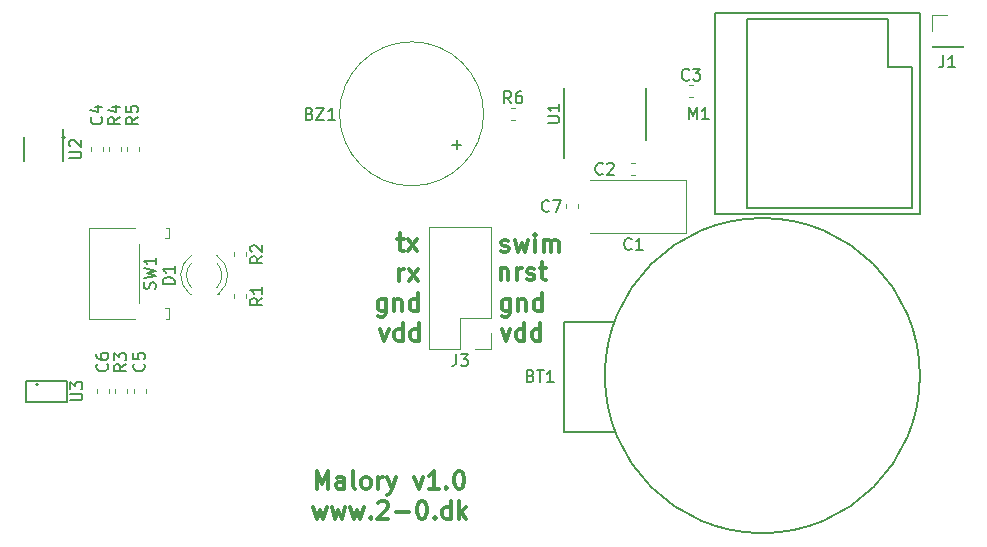
<source format=gbr>
G04 #@! TF.GenerationSoftware,KiCad,Pcbnew,5.1.8-db9833491~87~ubuntu20.04.1*
G04 #@! TF.CreationDate,2020-11-19T10:24:25+01:00*
G04 #@! TF.ProjectId,malory,6d616c6f-7279-42e6-9b69-6361645f7063,v1.0*
G04 #@! TF.SameCoordinates,Original*
G04 #@! TF.FileFunction,Legend,Top*
G04 #@! TF.FilePolarity,Positive*
%FSLAX46Y46*%
G04 Gerber Fmt 4.6, Leading zero omitted, Abs format (unit mm)*
G04 Created by KiCad (PCBNEW 5.1.8-db9833491~87~ubuntu20.04.1) date 2020-11-19 10:24:25*
%MOMM*%
%LPD*%
G01*
G04 APERTURE LIST*
%ADD10C,0.300000*%
%ADD11C,0.120000*%
%ADD12C,0.150000*%
G04 APERTURE END LIST*
D10*
X134465714Y-107208571D02*
X134822857Y-108208571D01*
X135180000Y-107208571D01*
X136394285Y-108208571D02*
X136394285Y-106708571D01*
X136394285Y-108137142D02*
X136251428Y-108208571D01*
X135965714Y-108208571D01*
X135822857Y-108137142D01*
X135751428Y-108065714D01*
X135680000Y-107922857D01*
X135680000Y-107494285D01*
X135751428Y-107351428D01*
X135822857Y-107280000D01*
X135965714Y-107208571D01*
X136251428Y-107208571D01*
X136394285Y-107280000D01*
X137751428Y-108208571D02*
X137751428Y-106708571D01*
X137751428Y-108137142D02*
X137608571Y-108208571D01*
X137322857Y-108208571D01*
X137180000Y-108137142D01*
X137108571Y-108065714D01*
X137037142Y-107922857D01*
X137037142Y-107494285D01*
X137108571Y-107351428D01*
X137180000Y-107280000D01*
X137322857Y-107208571D01*
X137608571Y-107208571D01*
X137751428Y-107280000D01*
X144755714Y-107208571D02*
X145112857Y-108208571D01*
X145470000Y-107208571D01*
X146684285Y-108208571D02*
X146684285Y-106708571D01*
X146684285Y-108137142D02*
X146541428Y-108208571D01*
X146255714Y-108208571D01*
X146112857Y-108137142D01*
X146041428Y-108065714D01*
X145970000Y-107922857D01*
X145970000Y-107494285D01*
X146041428Y-107351428D01*
X146112857Y-107280000D01*
X146255714Y-107208571D01*
X146541428Y-107208571D01*
X146684285Y-107280000D01*
X148041428Y-108208571D02*
X148041428Y-106708571D01*
X148041428Y-108137142D02*
X147898571Y-108208571D01*
X147612857Y-108208571D01*
X147470000Y-108137142D01*
X147398571Y-108065714D01*
X147327142Y-107922857D01*
X147327142Y-107494285D01*
X147398571Y-107351428D01*
X147470000Y-107280000D01*
X147612857Y-107208571D01*
X147898571Y-107208571D01*
X148041428Y-107280000D01*
X135907142Y-99578571D02*
X136478571Y-99578571D01*
X136121428Y-99078571D02*
X136121428Y-100364285D01*
X136192857Y-100507142D01*
X136335714Y-100578571D01*
X136478571Y-100578571D01*
X136835714Y-100578571D02*
X137621428Y-99578571D01*
X136835714Y-99578571D02*
X137621428Y-100578571D01*
X136085714Y-103178571D02*
X136085714Y-102178571D01*
X136085714Y-102464285D02*
X136157142Y-102321428D01*
X136228571Y-102250000D01*
X136371428Y-102178571D01*
X136514285Y-102178571D01*
X136871428Y-103178571D02*
X137657142Y-102178571D01*
X136871428Y-102178571D02*
X137657142Y-103178571D01*
X134964285Y-104678571D02*
X134964285Y-105892857D01*
X134892857Y-106035714D01*
X134821428Y-106107142D01*
X134678571Y-106178571D01*
X134464285Y-106178571D01*
X134321428Y-106107142D01*
X134964285Y-105607142D02*
X134821428Y-105678571D01*
X134535714Y-105678571D01*
X134392857Y-105607142D01*
X134321428Y-105535714D01*
X134250000Y-105392857D01*
X134250000Y-104964285D01*
X134321428Y-104821428D01*
X134392857Y-104750000D01*
X134535714Y-104678571D01*
X134821428Y-104678571D01*
X134964285Y-104750000D01*
X135678571Y-104678571D02*
X135678571Y-105678571D01*
X135678571Y-104821428D02*
X135750000Y-104750000D01*
X135892857Y-104678571D01*
X136107142Y-104678571D01*
X136250000Y-104750000D01*
X136321428Y-104892857D01*
X136321428Y-105678571D01*
X137678571Y-105678571D02*
X137678571Y-104178571D01*
X137678571Y-105607142D02*
X137535714Y-105678571D01*
X137250000Y-105678571D01*
X137107142Y-105607142D01*
X137035714Y-105535714D01*
X136964285Y-105392857D01*
X136964285Y-104964285D01*
X137035714Y-104821428D01*
X137107142Y-104750000D01*
X137250000Y-104678571D01*
X137535714Y-104678571D01*
X137678571Y-104750000D01*
X145464285Y-104678571D02*
X145464285Y-105892857D01*
X145392857Y-106035714D01*
X145321428Y-106107142D01*
X145178571Y-106178571D01*
X144964285Y-106178571D01*
X144821428Y-106107142D01*
X145464285Y-105607142D02*
X145321428Y-105678571D01*
X145035714Y-105678571D01*
X144892857Y-105607142D01*
X144821428Y-105535714D01*
X144750000Y-105392857D01*
X144750000Y-104964285D01*
X144821428Y-104821428D01*
X144892857Y-104750000D01*
X145035714Y-104678571D01*
X145321428Y-104678571D01*
X145464285Y-104750000D01*
X146178571Y-104678571D02*
X146178571Y-105678571D01*
X146178571Y-104821428D02*
X146250000Y-104750000D01*
X146392857Y-104678571D01*
X146607142Y-104678571D01*
X146750000Y-104750000D01*
X146821428Y-104892857D01*
X146821428Y-105678571D01*
X148178571Y-105678571D02*
X148178571Y-104178571D01*
X148178571Y-105607142D02*
X148035714Y-105678571D01*
X147750000Y-105678571D01*
X147607142Y-105607142D01*
X147535714Y-105535714D01*
X147464285Y-105392857D01*
X147464285Y-104964285D01*
X147535714Y-104821428D01*
X147607142Y-104750000D01*
X147750000Y-104678571D01*
X148035714Y-104678571D01*
X148178571Y-104750000D01*
X144678571Y-102078571D02*
X144678571Y-103078571D01*
X144678571Y-102221428D02*
X144750000Y-102150000D01*
X144892857Y-102078571D01*
X145107142Y-102078571D01*
X145250000Y-102150000D01*
X145321428Y-102292857D01*
X145321428Y-103078571D01*
X146035714Y-103078571D02*
X146035714Y-102078571D01*
X146035714Y-102364285D02*
X146107142Y-102221428D01*
X146178571Y-102150000D01*
X146321428Y-102078571D01*
X146464285Y-102078571D01*
X146892857Y-103007142D02*
X147035714Y-103078571D01*
X147321428Y-103078571D01*
X147464285Y-103007142D01*
X147535714Y-102864285D01*
X147535714Y-102792857D01*
X147464285Y-102650000D01*
X147321428Y-102578571D01*
X147107142Y-102578571D01*
X146964285Y-102507142D01*
X146892857Y-102364285D01*
X146892857Y-102292857D01*
X146964285Y-102150000D01*
X147107142Y-102078571D01*
X147321428Y-102078571D01*
X147464285Y-102150000D01*
X147964285Y-102078571D02*
X148535714Y-102078571D01*
X148178571Y-101578571D02*
X148178571Y-102864285D01*
X148250000Y-103007142D01*
X148392857Y-103078571D01*
X148535714Y-103078571D01*
X144735714Y-100607142D02*
X144878571Y-100678571D01*
X145164285Y-100678571D01*
X145307142Y-100607142D01*
X145378571Y-100464285D01*
X145378571Y-100392857D01*
X145307142Y-100250000D01*
X145164285Y-100178571D01*
X144950000Y-100178571D01*
X144807142Y-100107142D01*
X144735714Y-99964285D01*
X144735714Y-99892857D01*
X144807142Y-99750000D01*
X144950000Y-99678571D01*
X145164285Y-99678571D01*
X145307142Y-99750000D01*
X145878571Y-99678571D02*
X146164285Y-100678571D01*
X146450000Y-99964285D01*
X146735714Y-100678571D01*
X147021428Y-99678571D01*
X147592857Y-100678571D02*
X147592857Y-99678571D01*
X147592857Y-99178571D02*
X147521428Y-99250000D01*
X147592857Y-99321428D01*
X147664285Y-99250000D01*
X147592857Y-99178571D01*
X147592857Y-99321428D01*
X148307142Y-100678571D02*
X148307142Y-99678571D01*
X148307142Y-99821428D02*
X148378571Y-99750000D01*
X148521428Y-99678571D01*
X148735714Y-99678571D01*
X148878571Y-99750000D01*
X148950000Y-99892857D01*
X148950000Y-100678571D01*
X148950000Y-99892857D02*
X149021428Y-99750000D01*
X149164285Y-99678571D01*
X149378571Y-99678571D01*
X149521428Y-99750000D01*
X149592857Y-99892857D01*
X149592857Y-100678571D01*
X129085714Y-120733571D02*
X129085714Y-119233571D01*
X129585714Y-120305000D01*
X130085714Y-119233571D01*
X130085714Y-120733571D01*
X131442857Y-120733571D02*
X131442857Y-119947857D01*
X131371428Y-119805000D01*
X131228571Y-119733571D01*
X130942857Y-119733571D01*
X130800000Y-119805000D01*
X131442857Y-120662142D02*
X131300000Y-120733571D01*
X130942857Y-120733571D01*
X130800000Y-120662142D01*
X130728571Y-120519285D01*
X130728571Y-120376428D01*
X130800000Y-120233571D01*
X130942857Y-120162142D01*
X131300000Y-120162142D01*
X131442857Y-120090714D01*
X132371428Y-120733571D02*
X132228571Y-120662142D01*
X132157142Y-120519285D01*
X132157142Y-119233571D01*
X133157142Y-120733571D02*
X133014285Y-120662142D01*
X132942857Y-120590714D01*
X132871428Y-120447857D01*
X132871428Y-120019285D01*
X132942857Y-119876428D01*
X133014285Y-119805000D01*
X133157142Y-119733571D01*
X133371428Y-119733571D01*
X133514285Y-119805000D01*
X133585714Y-119876428D01*
X133657142Y-120019285D01*
X133657142Y-120447857D01*
X133585714Y-120590714D01*
X133514285Y-120662142D01*
X133371428Y-120733571D01*
X133157142Y-120733571D01*
X134300000Y-120733571D02*
X134300000Y-119733571D01*
X134300000Y-120019285D02*
X134371428Y-119876428D01*
X134442857Y-119805000D01*
X134585714Y-119733571D01*
X134728571Y-119733571D01*
X135085714Y-119733571D02*
X135442857Y-120733571D01*
X135800000Y-119733571D02*
X135442857Y-120733571D01*
X135300000Y-121090714D01*
X135228571Y-121162142D01*
X135085714Y-121233571D01*
X137371428Y-119733571D02*
X137728571Y-120733571D01*
X138085714Y-119733571D01*
X139442857Y-120733571D02*
X138585714Y-120733571D01*
X139014285Y-120733571D02*
X139014285Y-119233571D01*
X138871428Y-119447857D01*
X138728571Y-119590714D01*
X138585714Y-119662142D01*
X140085714Y-120590714D02*
X140157142Y-120662142D01*
X140085714Y-120733571D01*
X140014285Y-120662142D01*
X140085714Y-120590714D01*
X140085714Y-120733571D01*
X141085714Y-119233571D02*
X141228571Y-119233571D01*
X141371428Y-119305000D01*
X141442857Y-119376428D01*
X141514285Y-119519285D01*
X141585714Y-119805000D01*
X141585714Y-120162142D01*
X141514285Y-120447857D01*
X141442857Y-120590714D01*
X141371428Y-120662142D01*
X141228571Y-120733571D01*
X141085714Y-120733571D01*
X140942857Y-120662142D01*
X140871428Y-120590714D01*
X140800000Y-120447857D01*
X140728571Y-120162142D01*
X140728571Y-119805000D01*
X140800000Y-119519285D01*
X140871428Y-119376428D01*
X140942857Y-119305000D01*
X141085714Y-119233571D01*
X128800000Y-122283571D02*
X129085714Y-123283571D01*
X129371428Y-122569285D01*
X129657142Y-123283571D01*
X129942857Y-122283571D01*
X130371428Y-122283571D02*
X130657142Y-123283571D01*
X130942857Y-122569285D01*
X131228571Y-123283571D01*
X131514285Y-122283571D01*
X131942857Y-122283571D02*
X132228571Y-123283571D01*
X132514285Y-122569285D01*
X132800000Y-123283571D01*
X133085714Y-122283571D01*
X133657142Y-123140714D02*
X133728571Y-123212142D01*
X133657142Y-123283571D01*
X133585714Y-123212142D01*
X133657142Y-123140714D01*
X133657142Y-123283571D01*
X134300000Y-121926428D02*
X134371428Y-121855000D01*
X134514285Y-121783571D01*
X134871428Y-121783571D01*
X135014285Y-121855000D01*
X135085714Y-121926428D01*
X135157142Y-122069285D01*
X135157142Y-122212142D01*
X135085714Y-122426428D01*
X134228571Y-123283571D01*
X135157142Y-123283571D01*
X135800000Y-122712142D02*
X136942857Y-122712142D01*
X137942857Y-121783571D02*
X138085714Y-121783571D01*
X138228571Y-121855000D01*
X138300000Y-121926428D01*
X138371428Y-122069285D01*
X138442857Y-122355000D01*
X138442857Y-122712142D01*
X138371428Y-122997857D01*
X138300000Y-123140714D01*
X138228571Y-123212142D01*
X138085714Y-123283571D01*
X137942857Y-123283571D01*
X137800000Y-123212142D01*
X137728571Y-123140714D01*
X137657142Y-122997857D01*
X137585714Y-122712142D01*
X137585714Y-122355000D01*
X137657142Y-122069285D01*
X137728571Y-121926428D01*
X137800000Y-121855000D01*
X137942857Y-121783571D01*
X139085714Y-123140714D02*
X139157142Y-123212142D01*
X139085714Y-123283571D01*
X139014285Y-123212142D01*
X139085714Y-123140714D01*
X139085714Y-123283571D01*
X140442857Y-123283571D02*
X140442857Y-121783571D01*
X140442857Y-123212142D02*
X140300000Y-123283571D01*
X140014285Y-123283571D01*
X139871428Y-123212142D01*
X139800000Y-123140714D01*
X139728571Y-122997857D01*
X139728571Y-122569285D01*
X139800000Y-122426428D01*
X139871428Y-122355000D01*
X140014285Y-122283571D01*
X140300000Y-122283571D01*
X140442857Y-122355000D01*
X141157142Y-123283571D02*
X141157142Y-121783571D01*
X141300000Y-122712142D02*
X141728571Y-123283571D01*
X141728571Y-122283571D02*
X141157142Y-122855000D01*
D11*
X152270000Y-99130000D02*
X160330000Y-99130000D01*
X160330000Y-99130000D02*
X160330000Y-94610000D01*
X160330000Y-94610000D02*
X152270000Y-94610000D01*
X113590000Y-112337221D02*
X113590000Y-112662779D01*
X114610000Y-112337221D02*
X114610000Y-112662779D01*
D12*
X156950000Y-91225000D02*
X156950000Y-86775000D01*
X150050000Y-92750000D02*
X150050000Y-86775000D01*
D11*
X155749721Y-93190000D02*
X156075279Y-93190000D01*
X155749721Y-94210000D02*
X156075279Y-94210000D01*
X143230000Y-89000000D02*
G75*
G03*
X143230000Y-89000000I-6100000J0D01*
G01*
X160962779Y-86590000D02*
X160637221Y-86590000D01*
X160962779Y-87610000D02*
X160637221Y-87610000D01*
X109990000Y-92162779D02*
X109990000Y-91837221D01*
X111010000Y-92162779D02*
X111010000Y-91837221D01*
X110490000Y-112662779D02*
X110490000Y-112337221D01*
X111510000Y-112662779D02*
X111510000Y-112337221D01*
X118334000Y-104230000D02*
X118490000Y-104230000D01*
X120650000Y-104230000D02*
X120806000Y-104230000D01*
X118491392Y-100997665D02*
G75*
G03*
X118334484Y-104230000I1078608J-1672335D01*
G01*
X120648608Y-100997665D02*
G75*
G02*
X120805516Y-104230000I-1078608J-1672335D01*
G01*
X118490163Y-101628870D02*
G75*
G03*
X118490000Y-103710961I1079837J-1041130D01*
G01*
X120649837Y-101628870D02*
G75*
G02*
X120650000Y-103710961I-1079837J-1041130D01*
G01*
X123120000Y-104267221D02*
X123120000Y-104592779D01*
X122100000Y-104267221D02*
X122100000Y-104592779D01*
X122100000Y-100737221D02*
X122100000Y-101062779D01*
X123120000Y-100737221D02*
X123120000Y-101062779D01*
X111990000Y-112662779D02*
X111990000Y-112337221D01*
X113010000Y-112662779D02*
X113010000Y-112337221D01*
X181170000Y-83330000D02*
X183830000Y-83330000D01*
X181170000Y-83270000D02*
X181170000Y-83330000D01*
X183830000Y-83270000D02*
X183830000Y-83330000D01*
X181170000Y-83270000D02*
X183830000Y-83270000D01*
X181170000Y-82000000D02*
X181170000Y-80670000D01*
X181170000Y-80670000D02*
X182500000Y-80670000D01*
X111495001Y-92157778D02*
X111495001Y-91832220D01*
X112515001Y-92157778D02*
X112515001Y-91832220D01*
X114025001Y-92157778D02*
X114025001Y-91832220D01*
X113005001Y-92157778D02*
X113005001Y-91832220D01*
X143840000Y-98610000D02*
X138640000Y-98610000D01*
X143840000Y-106290000D02*
X143840000Y-98610000D01*
X138640000Y-108890000D02*
X138640000Y-98610000D01*
X143840000Y-106290000D02*
X141240000Y-106290000D01*
X141240000Y-106290000D02*
X141240000Y-108890000D01*
X141240000Y-108890000D02*
X138640000Y-108890000D01*
X143840000Y-107560000D02*
X143840000Y-108890000D01*
X143840000Y-108890000D02*
X142510000Y-108890000D01*
X150240000Y-96972779D02*
X150240000Y-96647221D01*
X151260000Y-96972779D02*
X151260000Y-96647221D01*
X145862779Y-89500000D02*
X145537221Y-89500000D01*
X145862779Y-88480000D02*
X145537221Y-88480000D01*
D12*
X150040000Y-115910000D02*
X154290000Y-115910000D01*
X150040000Y-106660000D02*
X150040000Y-115910000D01*
X154290000Y-106660000D02*
X150040000Y-106660000D01*
X180165000Y-111160000D02*
G75*
G03*
X180165000Y-111160000I-13335000J0D01*
G01*
X177500000Y-81000000D02*
X165500000Y-81000000D01*
X177500000Y-85000000D02*
X177500000Y-81000000D01*
X179500000Y-85000000D02*
X177500000Y-85000000D01*
X179500000Y-97000000D02*
X179500000Y-85000000D01*
X165500000Y-97000000D02*
X179500000Y-97000000D01*
X165500000Y-81000000D02*
X165500000Y-97000000D01*
X162850000Y-97500000D02*
X162850000Y-80500000D01*
X180150000Y-97500000D02*
X162850000Y-97500000D01*
X180150000Y-80500000D02*
X180150000Y-97500000D01*
X162850000Y-80500000D02*
X180150000Y-80500000D01*
D11*
X116620000Y-99520000D02*
X116270000Y-99520000D01*
X116620000Y-98630000D02*
X116620000Y-99520000D01*
X116320000Y-98630000D02*
X116620000Y-98630000D01*
X113680000Y-98630000D02*
X109830000Y-98630000D01*
X109830000Y-98630000D02*
X109830000Y-106370000D01*
X109830000Y-106370000D02*
X113680000Y-106370000D01*
X114070000Y-104990000D02*
X114070000Y-100010000D01*
X116620000Y-105480000D02*
X116620000Y-106370000D01*
X116620000Y-105480000D02*
X116270000Y-105480000D01*
X116320000Y-106370000D02*
X116620000Y-106370000D01*
D12*
X107650000Y-90270000D02*
X107650000Y-93025000D01*
X104350000Y-90975000D02*
X104350000Y-93025000D01*
X107791421Y-91000000D02*
G75*
G03*
X107791421Y-91000000I-141421J0D01*
G01*
X105514303Y-111928500D02*
G75*
G03*
X105514303Y-111928500I-89803J0D01*
G01*
X104472000Y-113389000D02*
X107964500Y-113389000D01*
X104472000Y-111611000D02*
X104472000Y-113389000D01*
X107964500Y-111611000D02*
X104472000Y-111611000D01*
X107964500Y-113389000D02*
X107964500Y-111611000D01*
X155753333Y-100427142D02*
X155705714Y-100474761D01*
X155562857Y-100522380D01*
X155467619Y-100522380D01*
X155324761Y-100474761D01*
X155229523Y-100379523D01*
X155181904Y-100284285D01*
X155134285Y-100093809D01*
X155134285Y-99950952D01*
X155181904Y-99760476D01*
X155229523Y-99665238D01*
X155324761Y-99570000D01*
X155467619Y-99522380D01*
X155562857Y-99522380D01*
X155705714Y-99570000D01*
X155753333Y-99617619D01*
X156705714Y-100522380D02*
X156134285Y-100522380D01*
X156420000Y-100522380D02*
X156420000Y-99522380D01*
X156324761Y-99665238D01*
X156229523Y-99760476D01*
X156134285Y-99808095D01*
X114457142Y-110166666D02*
X114504761Y-110214285D01*
X114552380Y-110357142D01*
X114552380Y-110452380D01*
X114504761Y-110595238D01*
X114409523Y-110690476D01*
X114314285Y-110738095D01*
X114123809Y-110785714D01*
X113980952Y-110785714D01*
X113790476Y-110738095D01*
X113695238Y-110690476D01*
X113600000Y-110595238D01*
X113552380Y-110452380D01*
X113552380Y-110357142D01*
X113600000Y-110214285D01*
X113647619Y-110166666D01*
X113552380Y-109261904D02*
X113552380Y-109738095D01*
X114028571Y-109785714D01*
X113980952Y-109738095D01*
X113933333Y-109642857D01*
X113933333Y-109404761D01*
X113980952Y-109309523D01*
X114028571Y-109261904D01*
X114123809Y-109214285D01*
X114361904Y-109214285D01*
X114457142Y-109261904D01*
X114504761Y-109309523D01*
X114552380Y-109404761D01*
X114552380Y-109642857D01*
X114504761Y-109738095D01*
X114457142Y-109785714D01*
X148652380Y-89761904D02*
X149461904Y-89761904D01*
X149557142Y-89714285D01*
X149604761Y-89666666D01*
X149652380Y-89571428D01*
X149652380Y-89380952D01*
X149604761Y-89285714D01*
X149557142Y-89238095D01*
X149461904Y-89190476D01*
X148652380Y-89190476D01*
X149652380Y-88190476D02*
X149652380Y-88761904D01*
X149652380Y-88476190D02*
X148652380Y-88476190D01*
X148795238Y-88571428D01*
X148890476Y-88666666D01*
X148938095Y-88761904D01*
X153315833Y-94057142D02*
X153268214Y-94104761D01*
X153125357Y-94152380D01*
X153030119Y-94152380D01*
X152887261Y-94104761D01*
X152792023Y-94009523D01*
X152744404Y-93914285D01*
X152696785Y-93723809D01*
X152696785Y-93580952D01*
X152744404Y-93390476D01*
X152792023Y-93295238D01*
X152887261Y-93200000D01*
X153030119Y-93152380D01*
X153125357Y-93152380D01*
X153268214Y-93200000D01*
X153315833Y-93247619D01*
X153696785Y-93247619D02*
X153744404Y-93200000D01*
X153839642Y-93152380D01*
X154077738Y-93152380D01*
X154172976Y-93200000D01*
X154220595Y-93247619D01*
X154268214Y-93342857D01*
X154268214Y-93438095D01*
X154220595Y-93580952D01*
X153649166Y-94152380D01*
X154268214Y-94152380D01*
X128499047Y-88978571D02*
X128641904Y-89026190D01*
X128689523Y-89073809D01*
X128737142Y-89169047D01*
X128737142Y-89311904D01*
X128689523Y-89407142D01*
X128641904Y-89454761D01*
X128546666Y-89502380D01*
X128165714Y-89502380D01*
X128165714Y-88502380D01*
X128499047Y-88502380D01*
X128594285Y-88550000D01*
X128641904Y-88597619D01*
X128689523Y-88692857D01*
X128689523Y-88788095D01*
X128641904Y-88883333D01*
X128594285Y-88930952D01*
X128499047Y-88978571D01*
X128165714Y-88978571D01*
X129070476Y-88502380D02*
X129737142Y-88502380D01*
X129070476Y-89502380D01*
X129737142Y-89502380D01*
X130641904Y-89502380D02*
X130070476Y-89502380D01*
X130356190Y-89502380D02*
X130356190Y-88502380D01*
X130260952Y-88645238D01*
X130165714Y-88740476D01*
X130070476Y-88788095D01*
X140559047Y-91611428D02*
X141320952Y-91611428D01*
X140940000Y-91992380D02*
X140940000Y-91230476D01*
X160633333Y-86082142D02*
X160585714Y-86129761D01*
X160442857Y-86177380D01*
X160347619Y-86177380D01*
X160204761Y-86129761D01*
X160109523Y-86034523D01*
X160061904Y-85939285D01*
X160014285Y-85748809D01*
X160014285Y-85605952D01*
X160061904Y-85415476D01*
X160109523Y-85320238D01*
X160204761Y-85225000D01*
X160347619Y-85177380D01*
X160442857Y-85177380D01*
X160585714Y-85225000D01*
X160633333Y-85272619D01*
X160966666Y-85177380D02*
X161585714Y-85177380D01*
X161252380Y-85558333D01*
X161395238Y-85558333D01*
X161490476Y-85605952D01*
X161538095Y-85653571D01*
X161585714Y-85748809D01*
X161585714Y-85986904D01*
X161538095Y-86082142D01*
X161490476Y-86129761D01*
X161395238Y-86177380D01*
X161109523Y-86177380D01*
X161014285Y-86129761D01*
X160966666Y-86082142D01*
X110857142Y-89266666D02*
X110904761Y-89314285D01*
X110952380Y-89457142D01*
X110952380Y-89552380D01*
X110904761Y-89695238D01*
X110809523Y-89790476D01*
X110714285Y-89838095D01*
X110523809Y-89885714D01*
X110380952Y-89885714D01*
X110190476Y-89838095D01*
X110095238Y-89790476D01*
X110000000Y-89695238D01*
X109952380Y-89552380D01*
X109952380Y-89457142D01*
X110000000Y-89314285D01*
X110047619Y-89266666D01*
X110285714Y-88409523D02*
X110952380Y-88409523D01*
X109904761Y-88647619D02*
X110619047Y-88885714D01*
X110619047Y-88266666D01*
X111347142Y-110186666D02*
X111394761Y-110234285D01*
X111442380Y-110377142D01*
X111442380Y-110472380D01*
X111394761Y-110615238D01*
X111299523Y-110710476D01*
X111204285Y-110758095D01*
X111013809Y-110805714D01*
X110870952Y-110805714D01*
X110680476Y-110758095D01*
X110585238Y-110710476D01*
X110490000Y-110615238D01*
X110442380Y-110472380D01*
X110442380Y-110377142D01*
X110490000Y-110234285D01*
X110537619Y-110186666D01*
X110442380Y-109329523D02*
X110442380Y-109520000D01*
X110490000Y-109615238D01*
X110537619Y-109662857D01*
X110680476Y-109758095D01*
X110870952Y-109805714D01*
X111251904Y-109805714D01*
X111347142Y-109758095D01*
X111394761Y-109710476D01*
X111442380Y-109615238D01*
X111442380Y-109424761D01*
X111394761Y-109329523D01*
X111347142Y-109281904D01*
X111251904Y-109234285D01*
X111013809Y-109234285D01*
X110918571Y-109281904D01*
X110870952Y-109329523D01*
X110823333Y-109424761D01*
X110823333Y-109615238D01*
X110870952Y-109710476D01*
X110918571Y-109758095D01*
X111013809Y-109805714D01*
X117062380Y-103408095D02*
X116062380Y-103408095D01*
X116062380Y-103170000D01*
X116110000Y-103027142D01*
X116205238Y-102931904D01*
X116300476Y-102884285D01*
X116490952Y-102836666D01*
X116633809Y-102836666D01*
X116824285Y-102884285D01*
X116919523Y-102931904D01*
X117014761Y-103027142D01*
X117062380Y-103170000D01*
X117062380Y-103408095D01*
X117062380Y-101884285D02*
X117062380Y-102455714D01*
X117062380Y-102170000D02*
X116062380Y-102170000D01*
X116205238Y-102265238D01*
X116300476Y-102360476D01*
X116348095Y-102455714D01*
X124492380Y-104596666D02*
X124016190Y-104930000D01*
X124492380Y-105168095D02*
X123492380Y-105168095D01*
X123492380Y-104787142D01*
X123540000Y-104691904D01*
X123587619Y-104644285D01*
X123682857Y-104596666D01*
X123825714Y-104596666D01*
X123920952Y-104644285D01*
X123968571Y-104691904D01*
X124016190Y-104787142D01*
X124016190Y-105168095D01*
X124492380Y-103644285D02*
X124492380Y-104215714D01*
X124492380Y-103930000D02*
X123492380Y-103930000D01*
X123635238Y-104025238D01*
X123730476Y-104120476D01*
X123778095Y-104215714D01*
X124492380Y-101066666D02*
X124016190Y-101400000D01*
X124492380Y-101638095D02*
X123492380Y-101638095D01*
X123492380Y-101257142D01*
X123540000Y-101161904D01*
X123587619Y-101114285D01*
X123682857Y-101066666D01*
X123825714Y-101066666D01*
X123920952Y-101114285D01*
X123968571Y-101161904D01*
X124016190Y-101257142D01*
X124016190Y-101638095D01*
X123587619Y-100685714D02*
X123540000Y-100638095D01*
X123492380Y-100542857D01*
X123492380Y-100304761D01*
X123540000Y-100209523D01*
X123587619Y-100161904D01*
X123682857Y-100114285D01*
X123778095Y-100114285D01*
X123920952Y-100161904D01*
X124492380Y-100733333D01*
X124492380Y-100114285D01*
X112962380Y-110196666D02*
X112486190Y-110530000D01*
X112962380Y-110768095D02*
X111962380Y-110768095D01*
X111962380Y-110387142D01*
X112010000Y-110291904D01*
X112057619Y-110244285D01*
X112152857Y-110196666D01*
X112295714Y-110196666D01*
X112390952Y-110244285D01*
X112438571Y-110291904D01*
X112486190Y-110387142D01*
X112486190Y-110768095D01*
X111962380Y-109863333D02*
X111962380Y-109244285D01*
X112343333Y-109577619D01*
X112343333Y-109434761D01*
X112390952Y-109339523D01*
X112438571Y-109291904D01*
X112533809Y-109244285D01*
X112771904Y-109244285D01*
X112867142Y-109291904D01*
X112914761Y-109339523D01*
X112962380Y-109434761D01*
X112962380Y-109720476D01*
X112914761Y-109815714D01*
X112867142Y-109863333D01*
X182156666Y-84052380D02*
X182156666Y-84766666D01*
X182109047Y-84909523D01*
X182013809Y-85004761D01*
X181870952Y-85052380D01*
X181775714Y-85052380D01*
X183156666Y-85052380D02*
X182585238Y-85052380D01*
X182870952Y-85052380D02*
X182870952Y-84052380D01*
X182775714Y-84195238D01*
X182680476Y-84290476D01*
X182585238Y-84338095D01*
X112452380Y-89266666D02*
X111976190Y-89600000D01*
X112452380Y-89838095D02*
X111452380Y-89838095D01*
X111452380Y-89457142D01*
X111500000Y-89361904D01*
X111547619Y-89314285D01*
X111642857Y-89266666D01*
X111785714Y-89266666D01*
X111880952Y-89314285D01*
X111928571Y-89361904D01*
X111976190Y-89457142D01*
X111976190Y-89838095D01*
X111785714Y-88409523D02*
X112452380Y-88409523D01*
X111404761Y-88647619D02*
X112119047Y-88885714D01*
X112119047Y-88266666D01*
X113952380Y-89266666D02*
X113476190Y-89600000D01*
X113952380Y-89838095D02*
X112952380Y-89838095D01*
X112952380Y-89457142D01*
X113000000Y-89361904D01*
X113047619Y-89314285D01*
X113142857Y-89266666D01*
X113285714Y-89266666D01*
X113380952Y-89314285D01*
X113428571Y-89361904D01*
X113476190Y-89457142D01*
X113476190Y-89838095D01*
X112952380Y-88361904D02*
X112952380Y-88838095D01*
X113428571Y-88885714D01*
X113380952Y-88838095D01*
X113333333Y-88742857D01*
X113333333Y-88504761D01*
X113380952Y-88409523D01*
X113428571Y-88361904D01*
X113523809Y-88314285D01*
X113761904Y-88314285D01*
X113857142Y-88361904D01*
X113904761Y-88409523D01*
X113952380Y-88504761D01*
X113952380Y-88742857D01*
X113904761Y-88838095D01*
X113857142Y-88885714D01*
X140906666Y-109342380D02*
X140906666Y-110056666D01*
X140859047Y-110199523D01*
X140763809Y-110294761D01*
X140620952Y-110342380D01*
X140525714Y-110342380D01*
X141287619Y-109342380D02*
X141906666Y-109342380D01*
X141573333Y-109723333D01*
X141716190Y-109723333D01*
X141811428Y-109770952D01*
X141859047Y-109818571D01*
X141906666Y-109913809D01*
X141906666Y-110151904D01*
X141859047Y-110247142D01*
X141811428Y-110294761D01*
X141716190Y-110342380D01*
X141430476Y-110342380D01*
X141335238Y-110294761D01*
X141287619Y-110247142D01*
X148763333Y-97197142D02*
X148715714Y-97244761D01*
X148572857Y-97292380D01*
X148477619Y-97292380D01*
X148334761Y-97244761D01*
X148239523Y-97149523D01*
X148191904Y-97054285D01*
X148144285Y-96863809D01*
X148144285Y-96720952D01*
X148191904Y-96530476D01*
X148239523Y-96435238D01*
X148334761Y-96340000D01*
X148477619Y-96292380D01*
X148572857Y-96292380D01*
X148715714Y-96340000D01*
X148763333Y-96387619D01*
X149096666Y-96292380D02*
X149763333Y-96292380D01*
X149334761Y-97292380D01*
X145558333Y-88102380D02*
X145225000Y-87626190D01*
X144986904Y-88102380D02*
X144986904Y-87102380D01*
X145367857Y-87102380D01*
X145463095Y-87150000D01*
X145510714Y-87197619D01*
X145558333Y-87292857D01*
X145558333Y-87435714D01*
X145510714Y-87530952D01*
X145463095Y-87578571D01*
X145367857Y-87626190D01*
X144986904Y-87626190D01*
X146415476Y-87102380D02*
X146225000Y-87102380D01*
X146129761Y-87150000D01*
X146082142Y-87197619D01*
X145986904Y-87340476D01*
X145939285Y-87530952D01*
X145939285Y-87911904D01*
X145986904Y-88007142D01*
X146034523Y-88054761D01*
X146129761Y-88102380D01*
X146320238Y-88102380D01*
X146415476Y-88054761D01*
X146463095Y-88007142D01*
X146510714Y-87911904D01*
X146510714Y-87673809D01*
X146463095Y-87578571D01*
X146415476Y-87530952D01*
X146320238Y-87483333D01*
X146129761Y-87483333D01*
X146034523Y-87530952D01*
X145986904Y-87578571D01*
X145939285Y-87673809D01*
X147214285Y-111178571D02*
X147357142Y-111226190D01*
X147404761Y-111273809D01*
X147452380Y-111369047D01*
X147452380Y-111511904D01*
X147404761Y-111607142D01*
X147357142Y-111654761D01*
X147261904Y-111702380D01*
X146880952Y-111702380D01*
X146880952Y-110702380D01*
X147214285Y-110702380D01*
X147309523Y-110750000D01*
X147357142Y-110797619D01*
X147404761Y-110892857D01*
X147404761Y-110988095D01*
X147357142Y-111083333D01*
X147309523Y-111130952D01*
X147214285Y-111178571D01*
X146880952Y-111178571D01*
X147738095Y-110702380D02*
X148309523Y-110702380D01*
X148023809Y-111702380D02*
X148023809Y-110702380D01*
X149166666Y-111702380D02*
X148595238Y-111702380D01*
X148880952Y-111702380D02*
X148880952Y-110702380D01*
X148785714Y-110845238D01*
X148690476Y-110940476D01*
X148595238Y-110988095D01*
X160620476Y-89452380D02*
X160620476Y-88452380D01*
X160953809Y-89166666D01*
X161287142Y-88452380D01*
X161287142Y-89452380D01*
X162287142Y-89452380D02*
X161715714Y-89452380D01*
X162001428Y-89452380D02*
X162001428Y-88452380D01*
X161906190Y-88595238D01*
X161810952Y-88690476D01*
X161715714Y-88738095D01*
X115404761Y-103833333D02*
X115452380Y-103690476D01*
X115452380Y-103452380D01*
X115404761Y-103357142D01*
X115357142Y-103309523D01*
X115261904Y-103261904D01*
X115166666Y-103261904D01*
X115071428Y-103309523D01*
X115023809Y-103357142D01*
X114976190Y-103452380D01*
X114928571Y-103642857D01*
X114880952Y-103738095D01*
X114833333Y-103785714D01*
X114738095Y-103833333D01*
X114642857Y-103833333D01*
X114547619Y-103785714D01*
X114500000Y-103738095D01*
X114452380Y-103642857D01*
X114452380Y-103404761D01*
X114500000Y-103261904D01*
X114452380Y-102928571D02*
X115452380Y-102690476D01*
X114738095Y-102500000D01*
X115452380Y-102309523D01*
X114452380Y-102071428D01*
X115452380Y-101166666D02*
X115452380Y-101738095D01*
X115452380Y-101452380D02*
X114452380Y-101452380D01*
X114595238Y-101547619D01*
X114690476Y-101642857D01*
X114738095Y-101738095D01*
X108152380Y-92761904D02*
X108961904Y-92761904D01*
X109057142Y-92714285D01*
X109104761Y-92666666D01*
X109152380Y-92571428D01*
X109152380Y-92380952D01*
X109104761Y-92285714D01*
X109057142Y-92238095D01*
X108961904Y-92190476D01*
X108152380Y-92190476D01*
X108247619Y-91761904D02*
X108200000Y-91714285D01*
X108152380Y-91619047D01*
X108152380Y-91380952D01*
X108200000Y-91285714D01*
X108247619Y-91238095D01*
X108342857Y-91190476D01*
X108438095Y-91190476D01*
X108580952Y-91238095D01*
X109152380Y-91809523D01*
X109152380Y-91190476D01*
X108252380Y-113261904D02*
X109061904Y-113261904D01*
X109157142Y-113214285D01*
X109204761Y-113166666D01*
X109252380Y-113071428D01*
X109252380Y-112880952D01*
X109204761Y-112785714D01*
X109157142Y-112738095D01*
X109061904Y-112690476D01*
X108252380Y-112690476D01*
X108252380Y-112309523D02*
X108252380Y-111690476D01*
X108633333Y-112023809D01*
X108633333Y-111880952D01*
X108680952Y-111785714D01*
X108728571Y-111738095D01*
X108823809Y-111690476D01*
X109061904Y-111690476D01*
X109157142Y-111738095D01*
X109204761Y-111785714D01*
X109252380Y-111880952D01*
X109252380Y-112166666D01*
X109204761Y-112261904D01*
X109157142Y-112309523D01*
M02*

</source>
